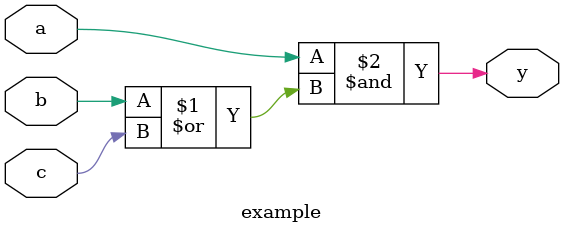
<source format=v>
module example (
    input a,
    input b,
    input c,
    output y
);
    assign y = a & (b | c);
    always @*
        $display("%b",y);
endmodule
</source>
